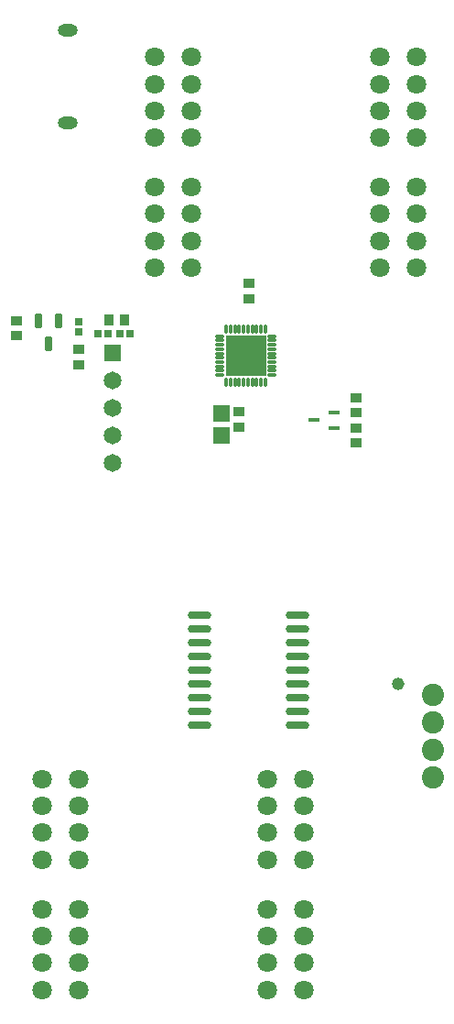
<source format=gbs>
G04*
G04 #@! TF.GenerationSoftware,Altium Limited,Altium Designer,21.5.1 (32)*
G04*
G04 Layer_Color=16711935*
%FSLAX25Y25*%
%MOIN*%
G70*
G04*
G04 #@! TF.SameCoordinates,8ECF54D6-24D7-40A2-BC74-F39D26A59D2B*
G04*
G04*
G04 #@! TF.FilePolarity,Negative*
G04*
G01*
G75*
%ADD16R,0.04134X0.03740*%
%ADD17R,0.02559X0.02953*%
%ADD18R,0.03740X0.04134*%
%ADD19R,0.02953X0.02559*%
%ADD26C,0.04638*%
%ADD27C,0.08091*%
%ADD28R,0.06496X0.06496*%
%ADD29C,0.06496*%
%ADD30C,0.00591*%
%ADD31C,0.07091*%
%ADD32O,0.07284X0.04528*%
G04:AMPARAMS|DCode=71|XSize=51.18mil|YSize=23.62mil|CornerRadius=2.01mil|HoleSize=0mil|Usage=FLASHONLY|Rotation=270.000|XOffset=0mil|YOffset=0mil|HoleType=Round|Shape=RoundedRectangle|*
%AMROUNDEDRECTD71*
21,1,0.05118,0.01961,0,0,270.0*
21,1,0.04717,0.02362,0,0,270.0*
1,1,0.00402,-0.00980,-0.02358*
1,1,0.00402,-0.00980,0.02358*
1,1,0.00402,0.00980,0.02358*
1,1,0.00402,0.00980,-0.02358*
%
%ADD71ROUNDEDRECTD71*%
%ADD76R,0.04375X0.01775*%
%ADD77O,0.08465X0.02953*%
%ADD78R,0.06496X0.06102*%
%ADD79O,0.01378X0.03740*%
%ADD80O,0.03740X0.01378*%
%ADD81R,0.15158X0.15158*%
D16*
X37000Y308256D02*
D03*
Y302744D02*
D03*
X14500Y318756D02*
D03*
Y313244D02*
D03*
X95500Y279988D02*
D03*
Y285500D02*
D03*
X138000Y274244D02*
D03*
Y279756D02*
D03*
X138000Y290756D02*
D03*
Y285244D02*
D03*
X99000Y326744D02*
D03*
Y332256D02*
D03*
D17*
X37000Y314531D02*
D03*
Y318468D02*
D03*
D18*
X53756Y319000D02*
D03*
X48244D02*
D03*
D19*
X44032Y314000D02*
D03*
X47969D02*
D03*
X52031D02*
D03*
X55968D02*
D03*
D26*
X153598Y186701D02*
D03*
D27*
X166000Y182500D02*
D03*
Y172500D02*
D03*
Y162500D02*
D03*
Y152500D02*
D03*
D28*
X49500Y307000D02*
D03*
D29*
Y297000D02*
D03*
Y287000D02*
D03*
Y277000D02*
D03*
Y267000D02*
D03*
D30*
X30500Y162500D02*
D03*
Y234200D02*
D03*
X153500Y255800D02*
D03*
Y327500D02*
D03*
X71500D02*
D03*
Y255800D02*
D03*
X112500Y162500D02*
D03*
Y234200D02*
D03*
D31*
X37050Y75400D02*
D03*
Y85200D02*
D03*
Y95000D02*
D03*
Y104800D02*
D03*
X23950Y75400D02*
D03*
Y85200D02*
D03*
Y95000D02*
D03*
Y104800D02*
D03*
X37050Y122700D02*
D03*
Y132500D02*
D03*
Y142300D02*
D03*
Y152100D02*
D03*
X23950Y122700D02*
D03*
Y132500D02*
D03*
Y142300D02*
D03*
Y152100D02*
D03*
X160050Y337900D02*
D03*
Y347700D02*
D03*
Y357500D02*
D03*
Y367300D02*
D03*
X146950Y337900D02*
D03*
Y347700D02*
D03*
Y357500D02*
D03*
Y367300D02*
D03*
X160050Y385200D02*
D03*
Y395000D02*
D03*
Y404800D02*
D03*
Y414600D02*
D03*
X146950Y385200D02*
D03*
Y395000D02*
D03*
Y404800D02*
D03*
Y414600D02*
D03*
X64950D02*
D03*
Y404800D02*
D03*
Y395000D02*
D03*
Y385200D02*
D03*
X78050Y414600D02*
D03*
Y404800D02*
D03*
Y395000D02*
D03*
Y385200D02*
D03*
X64950Y367300D02*
D03*
Y357500D02*
D03*
Y347700D02*
D03*
Y337900D02*
D03*
X78050Y367300D02*
D03*
Y357500D02*
D03*
Y347700D02*
D03*
Y337900D02*
D03*
X119050Y75400D02*
D03*
Y85200D02*
D03*
Y95000D02*
D03*
Y104800D02*
D03*
X105950Y75400D02*
D03*
Y85200D02*
D03*
Y95000D02*
D03*
Y104800D02*
D03*
X119050Y122700D02*
D03*
Y132500D02*
D03*
Y142300D02*
D03*
Y152100D02*
D03*
X105950Y122700D02*
D03*
Y132500D02*
D03*
Y142300D02*
D03*
Y152100D02*
D03*
D32*
X33150Y424279D02*
D03*
Y390657D02*
D03*
D71*
X22500Y318500D02*
D03*
X29980D02*
D03*
X26240Y310232D02*
D03*
D76*
X122957Y282500D02*
D03*
X130043Y279744D02*
D03*
Y285256D02*
D03*
D77*
X116717Y211500D02*
D03*
Y206500D02*
D03*
Y201500D02*
D03*
Y196500D02*
D03*
Y191500D02*
D03*
Y186500D02*
D03*
Y181500D02*
D03*
Y176500D02*
D03*
Y171500D02*
D03*
X81283Y211500D02*
D03*
Y206500D02*
D03*
Y201500D02*
D03*
Y196500D02*
D03*
Y191500D02*
D03*
Y186500D02*
D03*
Y181500D02*
D03*
Y176500D02*
D03*
Y171500D02*
D03*
D78*
X89000Y277063D02*
D03*
Y284937D02*
D03*
D79*
X105087Y296453D02*
D03*
X103512D02*
D03*
X101937D02*
D03*
X100362D02*
D03*
X98787D02*
D03*
X97213D02*
D03*
X95638D02*
D03*
X94063D02*
D03*
X92488D02*
D03*
X90913D02*
D03*
Y315547D02*
D03*
X92488D02*
D03*
X94063D02*
D03*
X95638D02*
D03*
X97213D02*
D03*
X98787D02*
D03*
X100362D02*
D03*
X101937D02*
D03*
X103512D02*
D03*
X105087D02*
D03*
D80*
X88453Y298913D02*
D03*
Y300488D02*
D03*
Y302063D02*
D03*
Y303638D02*
D03*
Y305213D02*
D03*
Y306787D02*
D03*
Y308362D02*
D03*
Y309937D02*
D03*
Y311512D02*
D03*
Y313087D02*
D03*
X107547D02*
D03*
Y311512D02*
D03*
Y309937D02*
D03*
Y308362D02*
D03*
Y306787D02*
D03*
Y305213D02*
D03*
Y303638D02*
D03*
Y302063D02*
D03*
Y300488D02*
D03*
Y298913D02*
D03*
D81*
X98000Y306000D02*
D03*
M02*

</source>
